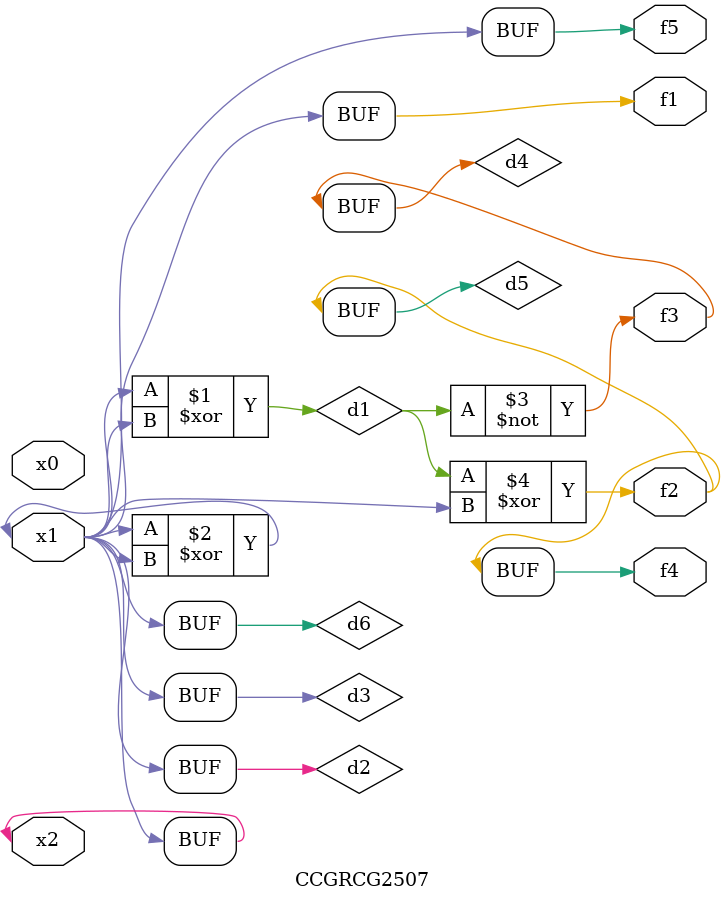
<source format=v>
module CCGRCG2507(
	input x0, x1, x2,
	output f1, f2, f3, f4, f5
);

	wire d1, d2, d3, d4, d5, d6;

	xor (d1, x1, x2);
	buf (d2, x1, x2);
	xor (d3, x1, x2);
	nor (d4, d1);
	xor (d5, d1, d2);
	buf (d6, d2, d3);
	assign f1 = d6;
	assign f2 = d5;
	assign f3 = d4;
	assign f4 = d5;
	assign f5 = d6;
endmodule

</source>
